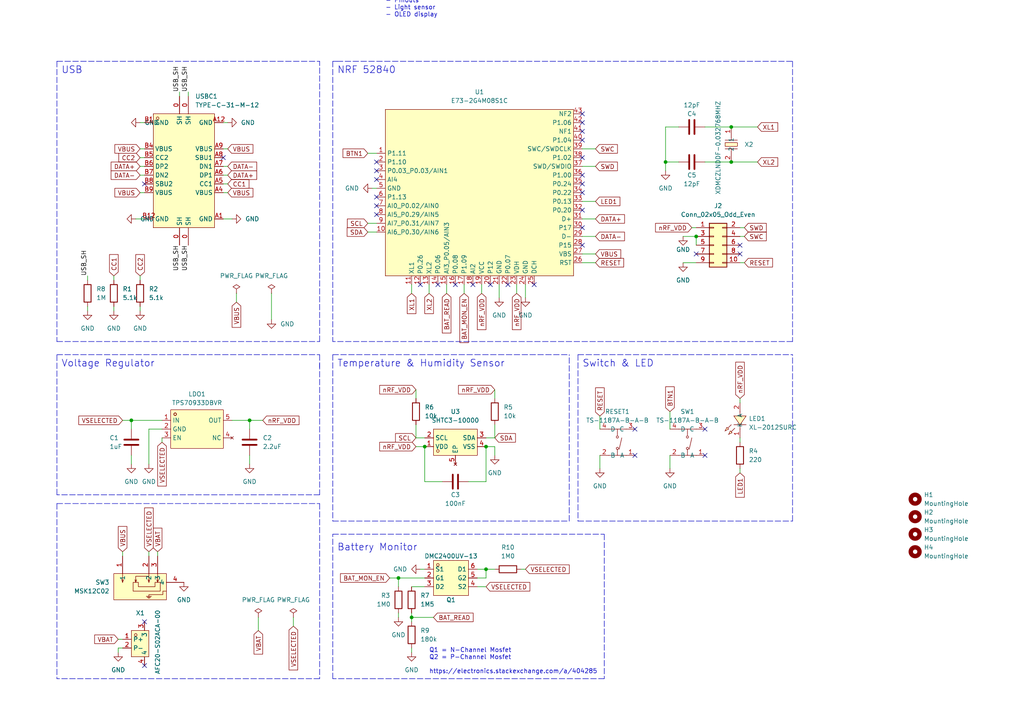
<source format=kicad_sch>
(kicad_sch (version 20211123) (generator eeschema)
  (paper "A4")
  (title_block (title "Schneggi Sensor") (date "2023-07-22") (rev "1.0"))
  (lib_symbols
    (symbol "Connector_Generic:Conn_02x05_Odd_Even" (pin_names (offset 1.016) hide)
      (property "Reference" "J" (at 1.27 7.62 0))
      (property "Value" "Conn_02x05_Odd_Even" (at 1.27 -7.62 0))
      (symbol "Conn_02x05_Odd_Even_1_1"
        (rectangle (start -1.27 -4.953) (end 0 -5.207) (stroke (width 0.1524)))
        (rectangle (start -1.27 -2.413) (end 0 -2.667) (stroke (width 0.1524)))
        (rectangle (start -1.27 0.127) (end 0 -0.127) (stroke (width 0.1524)))
        (rectangle (start -1.27 2.667) (end 0 2.413) (stroke (width 0.1524)))
        (rectangle (start -1.27 5.207) (end 0 4.953) (stroke (width 0.1524)))
        (rectangle (start -1.27 6.35) (end 3.81 -6.35) (stroke (width 0.254)) (fill (type background)))
        (rectangle (start 3.81 -4.953) (end 2.54 -5.207) (stroke (width 0.1524)))
        (rectangle (start 3.81 -2.413) (end 2.54 -2.667) (stroke (width 0.1524)))
        (rectangle (start 3.81 0.127) (end 2.54 -0.127) (stroke (width 0.1524)))
        (rectangle (start 3.81 2.667) (end 2.54 2.413) (stroke (width 0.1524)))
        (rectangle (start 3.81 5.207) (end 2.54 4.953) (stroke (width 0.1524)))
        (pin passive line (at -5.08 5.08 0) (length 3.81) (name "Pin_1") (number "1"))
        (pin passive line (at 7.62 -5.08 180) (length 3.81) (name "Pin_10") (number "10"))
        (pin passive line (at 7.62 5.08 180) (length 3.81) (name "Pin_2") (number "2"))
        (pin passive line (at -5.08 2.54 0) (length 3.81) (name "Pin_3") (number "3"))
        (pin passive line (at 7.62 2.54 180) (length 3.81) (name "Pin_4") (number "4"))
        (pin passive line (at -5.08 0 0) (length 3.81) (name "Pin_5") (number "5"))
        (pin passive line (at 7.62 0 180) (length 3.81) (name "Pin_6") (number "6"))
        (pin passive line (at -5.08 -2.54 0) (length 3.81) (name "Pin_7") (number "7"))
        (pin passive line (at 7.62 -2.54 180) (length 3.81) (name "Pin_8") (number "8"))
        (pin passive line (at -5.08 -5.08 0) (length 3.81) (name "Pin_9") (number "9"))
      )
    )
    (symbol "Device:C" (pin_numbers hide) (pin_names (offset 0.254))
      (property "Reference" "C" (at 0.635 2.54 0))
      (property "Value" "C" (at 0.635 -2.54 0))
      (symbol "C_0_1"
        (polyline (pts (xy -2.032 -0.762) (xy 2.032 -0.762)) (stroke (width 0.508)))
        (polyline (pts (xy -2.032 0.762) (xy 2.032 0.762)) (stroke (width 0.508)))
      )
      (symbol "C_1_1"
        (pin passive line (at 0 3.81 270) (length 2.794) (name "~") (number "1"))
        (pin passive line (at 0 -3.81 90) (length 2.794) (name "~") (number "2"))
      )
    )
    (symbol "Device:R" (pin_numbers hide) (pin_names (offset 0))
      (property "Reference" "R" (at 2.032 0 90))
      (property "Value" "R" (at 0 0 90))
      (symbol "R_0_1"
        (rectangle (start -1.016 -2.54) (end 1.016 2.54) (stroke (width 0.254)))
      )
      (symbol "R_1_1"
        (pin passive line (at 0 3.81 270) (length 1.27) (name "~") (number "1"))
        (pin passive line (at 0 -3.81 90) (length 1.27) (name "~") (number "2"))
      )
    )
    (symbol "Mechanical:MountingHole" (pin_names (offset 1.016))
      (property "Reference" "H" (at 0 5.08 0))
      (property "Value" "MountingHole" (at 0 3.175 0))
      (symbol "MountingHole_0_1"
        (circle (center 0 0) (radius 1.27) (stroke (width 1.27)))
      )
    )
    (symbol "power:GND" (power) (pin_names (offset 0))
      (property "Value" "GND" (at 0 -3.81 0))
      (symbol "GND_0_1"
        (polyline (pts (xy 0 0) (xy 0 -1.27) (xy 1.27 -1.27) (xy 0 -2.54) (xy -1.27 -1.27) (xy 0 -1.27)))
      )
      (symbol "GND_1_1"
        (pin power_in line (at 0 0 270) (length 0) hide (name "GND") (number "1"))
      )
    )
    (symbol "power:PWR_FLAG" (power) (pin_numbers hide) (pin_names (offset 0) hide)
      (property "Value" "PWR_FLAG" (at 0 3.81 0))
      (symbol "PWR_FLAG_0_0"
        (pin power_out line (at 0 0 90) (length 0) (name "pwr") (number "1"))
      )
      (symbol "PWR_FLAG_0_1"
        (polyline (pts (xy 0 0) (xy 0 1.27) (xy -1.016 1.905) (xy 0 2.54) (xy 1.016 1.905) (xy 0 1.27)))
      )
    )
    (symbol "schneggi_library:AFC20-S02ACA-00"
      (property "Reference" "X" (at 0 11.43 0))
      (property "Value" "AFC20-S02ACA-00" (at 0 -11.43 0))
      (symbol "AFC20-S02ACA-00_0_1"
        (rectangle (start -2.54 3.81) (end 2.54 -3.81) (fill (type background)))
        (circle (center -1.27 2.54) (radius 0.38))
        (pin passive line (at -5.08 1.27 0) (length 2.54) (name "P+") (number "1"))
        (pin passive line (at -5.08 -1.27 0) (length 2.54) (name "P-") (number "2"))
        (pin unspecified line (at 1.27 6.35 270) (length 2.54) (name "3") (number "3"))
        (pin unspecified line (at 1.27 -6.35 90) (length 2.54) (name "4") (number "4"))
      )
    )
    (symbol "schneggi_library:DMC2400UV-13"
      (property "Reference" "Q" (at 0 7.62 0))
      (property "Value" "DMC2400UV-13" (at 0 -7.62 0))
      (symbol "DMC2400UV-13_0_1"
        (rectangle (start -5.08 5.08) (end 5.08 -5.08) (fill (type background)))
        (circle (center -3.81 3.81) (radius 0.38))
        (pin passive line (at -7.62 2.54 0) (length 2.54) (name "S1") (number "1"))
        (pin input line (at -7.62 0 0) (length 2.54) (name "G1") (number "2"))
        (pin passive line (at -7.62 -2.54 0) (length 2.54) (name "D2") (number "3"))
        (pin passive line (at 7.62 -2.54 180) (length 2.54) (name "S2") (number "4"))
        (pin input line (at 7.62 0 180) (length 2.54) (name "G2") (number "5"))
        (pin passive line (at 7.62 2.54 180) (length 2.54) (name "D1") (number "6"))
      )
    )
    (symbol "schneggi_library:E73-2G4M08S1C"
      (property "Reference" "U" (at 0 29.21 0))
      (property "Value" "E73-2G4M08S1C" (at 0 -30.48 0))
      (symbol "E73-2G4M08S1C_0_1"
        (rectangle (start -27.94 25.4) (end 26.67 -22.86) (fill (type background)))
        (pin bidirectional line (at -30.48 12.7 0) (length 2.54) (name "P1.11") (number "1"))
        (pin bidirectional line (at -30.48 -10.16 0) (length 2.54) (name "AI6_P0.30/AIN6") (number "10"))
        (pin bidirectional line (at -20.32 -25.4 90) (length 2.54) (name "XL1") (number "11"))
        (pin bidirectional line (at -17.78 -25.4 90) (length 2.54) (name "P0.26") (number "12"))
        (pin bidirectional line (at -15.24 -25.4 90) (length 2.54) (name "XL2") (number "13"))
        (pin bidirectional line (at -12.7 -25.4 90) (length 2.54) (name "P0.06") (number "14"))
        (pin bidirectional line (at -10.16 -25.4 90) (length 2.54) (name "AI3_P0.05/AIN3") (number "15"))
        (pin bidirectional line (at -7.62 -25.4 90) (length 2.54) (name "P0.08") (number "16"))
        (pin bidirectional line (at -5.08 -25.4 90) (length 2.54) (name "P1.09") (number "17"))
        (pin bidirectional line (at -2.54 -25.4 90) (length 2.54) (name "AI2") (number "18"))
        (pin power_in line (at 0 -25.4 90) (length 2.54) (name "VCC") (number "19"))
        (pin bidirectional line (at -30.48 10.16 0) (length 2.54) (name "P1.10") (number "2"))
        (pin bidirectional line (at 2.54 -25.4 90) (length 2.54) (name "P12") (number "20"))
        (pin power_in line (at 5.08 -25.4 90) (length 2.54) (name "GND") (number "21"))
        (pin bidirectional line (at 7.62 -25.4 90) (length 2.54) (name "P0.07") (number "22"))
        (pin power_in line (at 10.16 -25.4 90) (length 2.54) (name "VDH") (number "23"))
        (pin power_in line (at 12.7 -25.4 90) (length 2.54) (name "GND") (number "24"))
        (pin power_out line (at 15.24 -25.4 90) (length 2.54) (name "DCH") (number "25"))
        (pin bidirectional line (at 29.21 -19.05 180) (length 2.54) (name "RST") (number "26"))
        (pin power_in line (at 29.21 -16.51 180) (length 2.54) (name "VBS") (number "27"))
        (pin bidirectional line (at 29.21 -13.97 180) (length 2.54) (name "P15") (number "28"))
        (pin bidirectional line (at 29.21 -11.43 180) (length 2.54) (name "D-") (number "29"))
        (pin bidirectional line (at -30.48 7.62 0) (length 2.54) (name "P0.03_P0.03/AIN1") (number "3"))
        (pin bidirectional line (at 29.21 -8.89 180) (length 2.54) (name "P17") (number "30"))
        (pin bidirectional line (at 29.21 -6.35 180) (length 2.54) (name "D+") (number "31"))
        (pin bidirectional line (at 29.21 -3.81 180) (length 2.54) (name "P0.20") (number "32"))
        (pin bidirectional line (at 29.21 -1.27 180) (length 2.54) (name "P0.13") (number "33"))
        (pin bidirectional line (at 29.21 1.27 180) (length 2.54) (name "P0.22") (number "34"))
        (pin bidirectional line (at 29.21 3.81 180) (length 2.54) (name "P0.24") (number "35"))
        (pin bidirectional line (at 29.21 6.35 180) (length 2.54) (name "P1.00") (number "36"))
        (pin bidirectional line (at 29.21 8.89 180) (length 2.54) (name "SWD/SWDIO") (number "37"))
        (pin bidirectional line (at 29.21 11.43 180) (length 2.54) (name "P1.02") (number "38"))
        (pin input line (at 29.21 13.97 180) (length 2.54) (name "SWC/SWDCLK") (number "39"))
        (pin bidirectional line (at -30.48 5.08 0) (length 2.54) (name "AI4") (number "4"))
        (pin bidirectional line (at 29.21 16.51 180) (length 2.54) (name "P1.04") (number "40"))
        (pin bidirectional line (at 29.21 19.05 180) (length 2.54) (name "NF1") (number "41"))
        (pin bidirectional line (at 29.21 21.59 180) (length 2.54) (name "P1.06") (number "42"))
        (pin bidirectional line (at 29.21 24.13 180) (length 2.54) (name "NF2") (number "43"))
        (pin power_in line (at -30.48 2.54 0) (length 2.54) (name "GND") (number "5"))
        (pin bidirectional line (at -30.48 0 0) (length 2.54) (name "P1.13") (number "6"))
        (pin bidirectional line (at -30.48 -2.54 0) (length 2.54) (name "AI0_P0.02/AIN0") (number "7"))
        (pin bidirectional line (at -30.48 -5.08 0) (length 2.54) (name "AI5_P0.29/AIN5") (number "8"))
        (pin bidirectional line (at -30.48 -7.62 0) (length 2.54) (name "AI7_P0.31/AIN7") (number "9"))
      )
    )
    (symbol "schneggi_library:MSK12C02"
      (property "Reference" "SW" (at 0 12.7 0))
      (property "Value" "MSK12C02" (at 0 -5.08 0))
      (symbol "MSK12C02_0_1"
        (rectangle (start -7.62 2.54) (end 7.62 -5.08) (fill (type background)))
        (polyline (pts (xy -5.08 0) (xy -5.33 0.76)))
        (polyline (pts (xy -5.08 0) (xy -4.83 0.76)))
        (polyline (pts (xy -5.08 0.76) (xy -5.08 0)))
        (polyline (pts (xy -5.08 2.54) (xy -5.08 0.76)))
        (polyline (pts (xy -1.27 0) (xy -1.52 0.76)))
        (polyline (pts (xy 1.78 -4.06) (xy 3.3 -4.06)))
        (polyline (pts (xy 2.03 -4.32) (xy 3.05 -4.32)))
        (polyline (pts (xy 2.29 -4.57) (xy 2.79 -4.57)))
        (polyline (pts (xy 2.54 0) (xy 2.29 0.76)))
        (polyline (pts (xy 2.54 0) (xy 2.79 0.76)))
        (polyline (pts (xy 2.54 0.76) (xy 2.54 0)))
        (polyline (pts (xy 2.54 2.54) (xy 2.54 0.76)))
        (polyline (pts (xy 5.08 0) (xy 4.83 0.76)))
        (polyline (pts (xy 5.08 2.54) (xy 5.08 0) (xy 5.33 0.76)))
        (polyline (pts (xy 2.54 1.78) (xy -1.27 1.78) (xy -1.27 0) (xy -1.02 0.76)))
        (polyline (pts (xy 7.62 -2.54) (xy 6.6 -2.54) (xy 6.6 -3.56) (xy 2.54 -3.56) (xy 2.54 -4.06)))
        (polyline (pts (xy -1.78 0) (xy -0.51 0) (xy -0.51 -1.27) (xy 4.32 -1.27) (xy 4.32 0) (xy 5.84 0) (xy 5.84 -2.54) (xy -2.03 -2.54) (xy -2.03 0) (xy -1.78 0)) (fill (type background)))
        (pin passive line (at -5.08 7.62 270) (length 5.08) (name "1") (number "1"))
        (pin passive line (at 2.54 7.62 270) (length 5.08) (name "2") (number "2"))
        (pin passive line (at 5.08 7.62 270) (length 5.08) (name "3") (number "3"))
        (pin passive line (at 12.7 0 180) (length 5.08) (name "4") (number "4"))
      )
    )
    (symbol "schneggi_library:SHTC3-10000"
      (property "Reference" "U" (at 0 11.43 0))
      (property "Value" "SHTC3-10000" (at 0 -6.35 0))
      (symbol "SHTC3-10000_0_1"
        (rectangle (start -6.35 3.81) (end 6.35 -3.81) (fill (type background)))
        (circle (center -5.08 2.54) (radius 0.38))
        (pin power_in line (at -8.89 1.27 0) (length 2.54) (name "VDD") (number "1"))
        (pin input line (at -8.89 -1.27 0) (length 2.54) (name "SCL") (number "2"))
        (pin bidirectional line (at 8.89 -1.27 180) (length 2.54) (name "SDA") (number "3"))
        (pin power_in line (at 8.89 1.27 180) (length 2.54) (name "VSS") (number "4"))
        (pin no_connect line (at 0 6.35 270) (length 2.54) (name "EP") (number "5"))
      )
    )
    (symbol "schneggi_library:TPS70933DBVR"
      (property "Reference" "LDO" (at 0 7.62 0))
      (property "Value" "TPS70933DBVR" (at 0 -7.62 0))
      (symbol "TPS70933DBVR_0_1"
        (rectangle (start -7.62 5.59) (end 7.62 -5.59) (fill (type background)))
        (circle (center -6.35 4.32) (radius 0.38))
        (circle (center -6.35 4.32) (radius 0.38))
        (pin power_in line (at -10.16 2.54 0) (length 2.54) (name "IN") (number "1"))
        (pin power_in line (at -10.16 0 0) (length 2.54) (name "GND") (number "2"))
        (pin input line (at -10.16 -2.54 0) (length 2.54) (name "EN") (number "3"))
        (pin no_connect line (at 10.16 -2.54 180) (length 2.54) (name "NC") (number "4"))
        (pin power_out line (at 10.16 2.54 180) (length 2.54) (name "OUT") (number "5"))
      )
    )
    (symbol "schneggi_library:TS-1187A-B-A-B"
      (property "Reference" "SW" (at 0 7.62 0))
      (property "Value" "TS-1187A-B-A-B" (at 0 -10.16 0))
      (symbol "TS-1187A-B-A-B_0_1"
        (circle (center 0 -2.79) (radius 0.32))
        (polyline (pts (xy -2.54 -5.08) (xy 2.54 -5.08)))
        (polyline (pts (xy -2.54 2.54) (xy 2.54 2.54)))
        (polyline (pts (xy -0.51 0.76) (xy -1.27 -2.54)))
        (polyline (pts (xy 0 -3.3) (xy 0 -5.08)))
        (polyline (pts (xy 0 0.76) (xy 0 2.54)))
        (circle (center 0 0.51) (radius 0.32))
        (pin passive line (at -5.08 2.54 0) (length 2.54) (name "A") (number "1"))
        (pin passive line (at 5.08 2.54 180) (length 2.54) (name "B") (number "2"))
        (pin passive line (at -5.08 -5.08 0) (length 2.54) (name "C") (number "3"))
        (pin passive line (at 5.08 -5.08 180) (length 2.54) (name "D") (number "4"))
      )
    )
    (symbol "schneggi_library:TYPE-C-31-M-12"
      (property "Reference" "USBC" (at 0 26.67 0))
      (property "Value" "TYPE-C-31-M-12" (at 0 -26.67 0))
      (symbol "TYPE-C-31-M-12_0_1"
        (rectangle (start -8.89 16.51) (end 8.89 -16.51) (fill (type background)))
        (circle (center -7.62 15.24) (radius 0.38))
        (pin passive line (at -1.27 -21.59 90) (length 5.08) (name "SH") (number "0"))
        (pin passive line (at -1.27 21.59 270) (length 5.08) (name "SH") (number "0"))
        (pin passive line (at 1.27 -21.59 90) (length 5.08) (name "SH") (number "0"))
        (pin passive line (at 1.27 21.59 270) (length 5.08) (name "SH") (number "0"))
        (pin passive line (at 11.43 -13.97 180) (length 2.54) (name "GND") (number "A1"))
        (pin passive line (at 11.43 13.97 180) (length 2.54) (name "GND") (number "A12"))
        (pin passive line (at 11.43 -6.35 180) (length 2.54) (name "VBUS") (number "A4"))
        (pin bidirectional line (at 11.43 -3.81 180) (length 2.54) (name "CC1") (number "A5"))
        (pin bidirectional line (at 11.43 -1.27 180) (length 2.54) (name "DP1") (number "A6"))
        (pin bidirectional line (at 11.43 1.27 180) (length 2.54) (name "DN1") (number "A7"))
        (pin bidirectional line (at 11.43 3.81 180) (length 2.54) (name "SBU1") (number "A8"))
        (pin passive line (at 11.43 6.35 180) (length 2.54) (name "VBUS") (number "A9"))
        (pin passive line (at -11.43 13.97 0) (length 2.54) (name "GND") (number "B1"))
        (pin passive line (at -11.43 -13.97 0) (length 2.54) (name "GND") (number "B12"))
        (pin passive line (at -11.43 6.35 0) (length 2.54) (name "VBUS") (number "B4"))
        (pin bidirectional line (at -11.43 3.81 0) (length 2.54) (name "CC2") (number "B5"))
        (pin bidirectional line (at -11.43 1.27 0) (length 2.54) (name "DP2") (number "B6"))
        (pin bidirectional line (at -11.43 -1.27 0) (length 2.54) (name "DN2") (number "B7"))
        (pin bidirectional line (at -11.43 -3.81 0) (length 2.54) (name "SBU2") (number "B8"))
        (pin passive line (at -11.43 -6.35 0) (length 2.54) (name "VBUS") (number "B9"))
      )
    )
    (symbol "schneggi_library:XDMCZLNDDF-0.032768MHZ"
      (property "Reference" "X" (at 0 5.08 0))
      (property "Value" "XDMCZLNDDF-0.032768MHZ" (at 0 -5.08 0))
      (symbol "XDMCZLNDDF-0.032768MHZ_0_1"
        (rectangle (start -0.51 1.78) (end 0.51 -1.78) (fill (type background)))
        (polyline (pts (xy -1.27 -1.78) (xy -1.27 1.78)))
        (polyline (pts (xy -1.27 0) (xy -2.54 0)))
        (polyline (pts (xy 1.27 -1.78) (xy 1.27 1.78)))
        (polyline (pts (xy 2.54 0) (xy 1.27 0)))
        (pin input line (at -5.08 0 0) (length 2.54) (name "1") (number "1"))
        (pin input line (at 5.08 0 180) (length 2.54) (name "2") (number "2"))
      )
    )
    (symbol "schneggi_library:XL-2012SURC"
      (property "Reference" "LED" (at 0 5.08 0))
      (property "Value" "XL-2012SURC" (at 0 -5.08 0))
      (symbol "XL-2012SURC_0_1"
        (polyline (pts (xy -1.27 0) (xy -2.54 0)))
        (polyline (pts (xy -1.27 1.78) (xy -1.27 -1.78)))
        (polyline (pts (xy 2.54 0) (xy 1.27 0)))
        (polyline (pts (xy -2.29 1.52) (xy -3.3 2.54) (xy -2.29 1.52)) (fill (type background)))
        (polyline (pts (xy -1.27 2.54) (xy -2.29 3.56) (xy -1.27 2.54)) (fill (type background)))
        (polyline (pts (xy -4.06 3.3) (xy -3.05 2.79) (xy -3.56 2.29) (xy -4.06 3.3)) (fill (type background)))
        (polyline (pts (xy -3.05 4.32) (xy -2.03 3.81) (xy -2.54 3.3) (xy -3.05 4.32)) (fill (type background)))
        (polyline (pts (xy 1.27 1.78) (xy -1.27 0) (xy 1.27 -1.78) (xy 1.27 1.78)) (fill (type background)))
        (pin passive line (at -5.08 0 0) (length 2.54) (name "K") (number "1"))
        (pin passive line (at 5.08 0 180) (length 2.54) (name "A") (number "2"))
      )
    )
  )
  (junction (at 115.57 167.64))
  (junction (at 119.38 179.07))
  (junction (at 193.04 46.99))
  (junction (at 201.93 68.58))
  (junction (at 212.09 36.83))
  (junction (at 212.09 46.99))
  (junction (at 140.97 165.1))
  (junction (at 38.1 121.92))
  (junction (at 123.19 129.54))
  (junction (at 72.39 121.92))
  (junction (at 140.97 129.54))
  (no_connect (at 168.91 45.72))
  (no_connect (at 41.91 193.04))
  (no_connect (at 154.94 82.55))
  (no_connect (at 121.92 82.55))
  (no_connect (at 204.47 124.46))
  (no_connect (at 109.22 49.53))
  (no_connect (at 184.15 132.08))
  (no_connect (at 41.91 180.34))
  (no_connect (at 109.22 59.69))
  (no_connect (at 168.91 55.88))
  (no_connect (at 137.16 82.55))
  (no_connect (at 168.91 40.64))
  (no_connect (at 109.22 62.23))
  (no_connect (at 168.91 66.04))
  (no_connect (at 147.32 82.55))
  (no_connect (at 64.77 45.72))
  (no_connect (at 184.15 124.46))
  (no_connect (at 168.91 33.02))
  (no_connect (at 109.22 46.99))
  (no_connect (at 168.91 38.1))
  (no_connect (at 168.91 35.56))
  (no_connect (at 109.22 57.15))
  (no_connect (at 168.91 53.34))
  (no_connect (at 109.22 52.07))
  (no_connect (at 41.91 53.34))
  (no_connect (at 214.63 71.12))
  (no_connect (at 127 82.55))
  (no_connect (at 168.91 60.96))
  (no_connect (at 201.93 73.66))
  (no_connect (at 214.63 73.66))
  (no_connect (at 168.91 71.12))
  (no_connect (at 168.91 50.8))
  (no_connect (at 142.24 82.55))
  (no_connect (at 204.47 132.08))
  (no_connect (at 132.08 82.55))
  (wire (pts (xy 200.66 66.04) (xy 201.93 66.04)))
  (wire (pts (xy 215.9 76.2) (xy 214.63 76.2)))
  (wire (pts (xy 38.1 124.46) (xy 38.1 121.92)))
  (wire (pts (xy 119.38 177.8) (xy 119.38 179.07)))
  (wire (pts (xy 52.07 26.67) (xy 52.07 27.94)))
  (wire (pts (xy 143.51 129.54) (xy 143.51 132.08)))
  (wire (pts (xy 115.57 170.18) (xy 115.57 167.64)))
  (polyline (pts (xy 92.71 146.05) (xy 92.71 196.85)))
  (wire (pts (xy 123.19 139.7) (xy 128.27 139.7)))
  (wire (pts (xy 35.56 187.96) (xy 34.29 187.96)))
  (wire (pts (xy 120.65 129.54) (xy 123.19 129.54)))
  (wire (pts (xy 172.72 76.2) (xy 168.91 76.2)))
  (wire (pts (xy 72.39 121.92) (xy 72.39 124.46)))
  (wire (pts (xy 38.1 121.92) (xy 46.99 121.92)))
  (wire (pts (xy 172.72 48.26) (xy 168.91 48.26)))
  (polyline (pts (xy 16.51 99.06) (xy 92.71 99.06)))
  (wire (pts (xy 152.4 82.55) (xy 152.4 86.36)))
  (wire (pts (xy 129.54 85.09) (xy 129.54 82.55)))
  (wire (pts (xy 119.38 179.07) (xy 119.38 180.34)))
  (polyline (pts (xy 96.52 151.13) (xy 165.1 151.13)))
  (wire (pts (xy 172.72 43.18) (xy 168.91 43.18)))
  (wire (pts (xy 119.38 85.09) (xy 119.38 82.55)))
  (wire (pts (xy 172.72 58.42) (xy 168.91 58.42)))
  (wire (pts (xy 40.64 43.18) (xy 41.91 43.18)))
  (polyline (pts (xy 229.87 17.78) (xy 229.87 99.06)))
  (wire (pts (xy 121.92 165.1) (xy 123.19 165.1)))
  (polyline (pts (xy 167.64 102.87) (xy 167.64 151.13)))
  (wire (pts (xy 172.72 63.5) (xy 168.91 63.5)))
  (wire (pts (xy 25.4 88.9) (xy 25.4 90.17)))
  (wire (pts (xy 134.62 85.09) (xy 134.62 82.55)))
  (wire (pts (xy 201.93 68.58) (xy 201.93 71.12)))
  (polyline (pts (xy 96.52 17.78) (xy 96.52 99.06)))
  (wire (pts (xy 120.65 113.03) (xy 120.65 115.57)))
  (polyline (pts (xy 16.51 17.78) (xy 16.51 99.06)))
  (wire (pts (xy 38.1 132.08) (xy 38.1 134.62)))
  (wire (pts (xy 45.72 160.02) (xy 45.72 161.29)))
  (polyline (pts (xy 96.52 154.94) (xy 175.26 154.94)))
  (wire (pts (xy 204.47 36.83) (xy 212.09 36.83)))
  (wire (pts (xy 39.37 63.5) (xy 41.91 63.5)))
  (wire (pts (xy 193.04 46.99) (xy 193.04 49.53)))
  (wire (pts (xy 120.65 123.19) (xy 120.65 127)))
  (wire (pts (xy 115.57 177.8) (xy 115.57 179.07)))
  (polyline (pts (xy 16.51 102.87) (xy 92.71 102.87)))
  (polyline (pts (xy 92.71 99.06) (xy 92.71 17.78)))
  (wire (pts (xy 66.04 35.56) (xy 64.77 35.56)))
  (wire (pts (xy 139.7 82.55) (xy 139.7 85.09)))
  (wire (pts (xy 140.97 167.64) (xy 138.43 167.64)))
  (wire (pts (xy 67.31 121.92) (xy 72.39 121.92)))
  (polyline (pts (xy 97.79 17.78) (xy 229.87 17.78)))
  (wire (pts (xy 66.04 50.8) (xy 64.77 50.8)))
  (polyline (pts (xy 92.71 196.85) (xy 16.51 196.85)))
  (polyline (pts (xy 16.51 17.78) (xy 92.71 17.78)))
  (wire (pts (xy 54.61 26.67) (xy 54.61 27.94)))
  (wire (pts (xy 40.64 48.26) (xy 41.91 48.26)))
  (wire (pts (xy 106.68 44.45) (xy 109.22 44.45)))
  (wire (pts (xy 138.43 165.1) (xy 140.97 165.1)))
  (wire (pts (xy 173.99 120.65) (xy 173.99 124.46)))
  (wire (pts (xy 123.19 129.54) (xy 123.19 139.7)))
  (wire (pts (xy 66.04 53.34) (xy 64.77 53.34)))
  (wire (pts (xy 74.93 179.07) (xy 74.93 182.88)))
  (wire (pts (xy 143.51 127) (xy 140.97 127)))
  (wire (pts (xy 25.4 80.01) (xy 25.4 81.28)))
  (wire (pts (xy 140.97 165.1) (xy 143.51 165.1)))
  (wire (pts (xy 40.64 80.01) (xy 40.64 81.28)))
  (wire (pts (xy 46.99 124.46) (xy 43.18 124.46)))
  (wire (pts (xy 140.97 129.54) (xy 143.51 129.54)))
  (wire (pts (xy 140.97 165.1) (xy 140.97 167.64)))
  (wire (pts (xy 196.85 36.83) (xy 193.04 36.83)))
  (wire (pts (xy 34.29 187.96) (xy 34.29 189.23)))
  (wire (pts (xy 214.63 128.27) (xy 214.63 127)))
  (wire (pts (xy 214.63 116.84) (xy 214.63 115.57)))
  (wire (pts (xy 119.38 187.96) (xy 119.38 189.23)))
  (wire (pts (xy 115.57 167.64) (xy 123.19 167.64)))
  (wire (pts (xy 214.63 135.89) (xy 214.63 137.16)))
  (wire (pts (xy 40.64 35.56) (xy 41.91 35.56)))
  (polyline (pts (xy 92.71 105.41) (xy 92.71 143.51)))
  (polyline (pts (xy 229.87 151.13) (xy 229.87 102.87)))
  (polyline (pts (xy 96.52 196.85) (xy 96.52 154.94)))
  (wire (pts (xy 40.64 55.88) (xy 41.91 55.88)))
  (wire (pts (xy 106.68 64.77) (xy 109.22 64.77)))
  (wire (pts (xy 85.09 179.07) (xy 85.09 181.61)))
  (wire (pts (xy 66.04 48.26) (xy 64.77 48.26)))
  (wire (pts (xy 172.72 68.58) (xy 168.91 68.58)))
  (wire (pts (xy 43.18 160.02) (xy 43.18 161.29)))
  (wire (pts (xy 40.64 50.8) (xy 41.91 50.8)))
  (wire (pts (xy 194.31 132.08) (xy 194.31 135.89)))
  (wire (pts (xy 215.9 68.58) (xy 214.63 68.58)))
  (wire (pts (xy 34.29 185.42) (xy 35.56 185.42)))
  (polyline (pts (xy 96.52 102.87) (xy 96.52 151.13)))
  (wire (pts (xy 72.39 132.08) (xy 72.39 134.62)))
  (wire (pts (xy 172.72 73.66) (xy 168.91 73.66)))
  (polyline (pts (xy 96.52 102.87) (xy 165.1 102.87)))
  (wire (pts (xy 215.9 66.04) (xy 214.63 66.04)))
  (wire (pts (xy 173.99 132.08) (xy 173.99 135.89)))
  (polyline (pts (xy 92.71 102.87) (xy 92.71 106.68)))
  (polyline (pts (xy 167.64 151.13) (xy 229.87 151.13)))
  (wire (pts (xy 106.68 67.31) (xy 109.22 67.31)))
  (wire (pts (xy 78.74 85.09) (xy 78.74 92.71)))
  (wire (pts (xy 119.38 170.18) (xy 123.19 170.18)))
  (polyline (pts (xy 229.87 99.06) (xy 96.52 99.06)))
  (polyline (pts (xy 16.51 143.51) (xy 16.51 102.87)))
  (wire (pts (xy 113.03 167.64) (xy 115.57 167.64)))
  (wire (pts (xy 140.97 139.7) (xy 140.97 129.54)))
  (wire (pts (xy 143.51 123.19) (xy 143.51 127)))
  (wire (pts (xy 143.51 113.03) (xy 143.51 115.57)))
  (polyline (pts (xy 96.52 17.78) (xy 97.79 17.78)))
  (polyline (pts (xy 16.51 146.05) (xy 16.51 196.85)))
  (wire (pts (xy 40.64 88.9) (xy 40.64 90.17)))
  (wire (pts (xy 66.04 55.88) (xy 64.77 55.88)))
  (wire (pts (xy 46.99 128.27) (xy 46.99 127)))
  (wire (pts (xy 194.31 119.38) (xy 194.31 124.46)))
  (wire (pts (xy 193.04 36.83) (xy 193.04 46.99)))
  (wire (pts (xy 107.95 54.61) (xy 109.22 54.61)))
  (polyline (pts (xy 175.26 196.85) (xy 96.52 196.85)))
  (wire (pts (xy 152.4 165.1) (xy 151.13 165.1)))
  (wire (pts (xy 120.65 127) (xy 123.19 127)))
  (wire (pts (xy 212.09 46.99) (xy 219.71 46.99)))
  (wire (pts (xy 201.93 68.58) (xy 198.12 68.58)))
  (wire (pts (xy 68.58 85.09) (xy 68.58 87.63)))
  (polyline (pts (xy 167.64 102.87) (xy 229.87 102.87)))
  (polyline (pts (xy 96.52 154.94) (xy 96.52 154.94)))
  (wire (pts (xy 212.09 36.83) (xy 219.71 36.83)))
  (wire (pts (xy 33.02 80.01) (xy 33.02 81.28)))
  (wire (pts (xy 72.39 121.92) (xy 76.2 121.92)))
  (polyline (pts (xy 165.1 151.13) (xy 165.1 102.87)))
  (polyline (pts (xy 92.71 143.51) (xy 16.51 143.51)))
  (wire (pts (xy 119.38 179.07) (xy 125.73 179.07)))
  (wire (pts (xy 35.56 121.92) (xy 38.1 121.92)))
  (wire (pts (xy 35.56 160.02) (xy 35.56 161.29)))
  (wire (pts (xy 193.04 46.99) (xy 196.85 46.99)))
  (polyline (pts (xy 175.26 154.94) (xy 175.26 196.85)))
  (wire (pts (xy 66.04 43.18) (xy 64.77 43.18)))
  (wire (pts (xy 40.64 45.72) (xy 41.91 45.72)))
  (polyline (pts (xy 16.51 146.05) (xy 92.71 146.05)))
  (wire (pts (xy 135.89 139.7) (xy 140.97 139.7)))
  (wire (pts (xy 124.46 85.09) (xy 124.46 82.55)))
  (wire (pts (xy 67.31 63.5) (xy 64.77 63.5)))
  (wire (pts (xy 149.86 82.55) (xy 149.86 85.09)))
  (wire (pts (xy 140.97 170.18) (xy 138.43 170.18)))
  (wire (pts (xy 144.78 82.55) (xy 144.78 86.36)))
  (wire (pts (xy 204.47 46.99) (xy 212.09 46.99)))
  (wire (pts (xy 198.12 76.2) (xy 201.93 76.2)))
  (wire (pts (xy 33.02 88.9) (xy 33.02 90.17)))
  (wire (pts (xy 43.18 124.46) (xy 43.18 134.62)))
  (text "Q1 = N-Channel Mosfet\nQ2 = P-Channel Mosfet\n\nhttps://electronics.stackexchange.com/a/404285" (at 124.46 195.58 0) (effects (font (size 1.27 1.27)) (justify left bottom)))
  (text "Temperature & Humidity Sensor" (at 97.79 106.68 0) (effects (font (size 2 2)) (justify left bottom)))
  (text "\nTo Consider\n- Pinouts\n- Light sensor\n- OLED display" (at 111.76 5.08 0) (effects (font (size 1.27 1.27)) (justify left bottom)))
  (text "Switch & LED" (at 168.91 106.68 0) (effects (font (size 2 2)) (justify left bottom)))
  (text "Voltage Regulator" (at 17.78 106.68 0) (effects (font (size 2 2)) (justify left bottom)))
  (text "Battery Monitor" (at 97.79 160.02 0) (effects (font (size 2 2)) (justify left bottom)))
  (text "USB" (at 17.78 21.59 0) (effects (font (size 2 2)) (justify left bottom)))
  (text "NRF 52840" (at 97.79 21.59 0) (effects (font (size 2 2)) (justify left bottom)))
  (label "USB_SH" (at 52.07 71.12 270))
  (label "USB_SH" (at 54.61 26.67 90))
  (label "USB_SH" (at 52.07 26.67 90))
  (label "USB_SH" (at 25.4 80.01 90))
  (label "USB_SH" (at 54.61 71.12 270))
  (global_label "CC1" (shape input) (at 33.02 80.01 90) (property "Intersheet References" "${INTERSHEET_REFS}" (effects hide)))
  (global_label "DATA-" (shape input) (at 172.72 68.58 0) (property "Intersheet References" "${INTERSHEET_REFS}" (effects hide)))
  (global_label "XL2" (shape input) (at 219.71 46.99 0) (property "Intersheet References" "${INTERSHEET_REFS}" (effects hide)))
  (global_label "LED1" (shape input) (at 172.72 58.42 0) (property "Intersheet References" "${INTERSHEET_REFS}" (effects hide)))
  (global_label "VSELECTED" (shape input) (at 85.09 181.61 270) (property "Intersheet References" "${INTERSHEET_REFS}" (effects hide)))
  (global_label "VBUS" (shape input) (at 66.04 43.18 0) (property "Intersheet References" "${INTERSHEET_REFS}" (effects hide)))
  (global_label "nRF_VDD" (shape input) (at 76.2 121.92 0) (property "Intersheet References" "${INTERSHEET_REFS}" (effects hide)))
  (global_label "CC2" (shape input) (at 40.64 80.01 90) (property "Intersheet References" "${INTERSHEET_REFS}" (effects hide)))
  (global_label "RESET" (shape input) (at 172.72 76.2 0) (property "Intersheet References" "${INTERSHEET_REFS}" (effects hide)))
  (global_label "BAT_MON_EN" (shape input) (at 113.03 167.64 180) (property "Intersheet References" "${INTERSHEET_REFS}" (effects hide)))
  (global_label "DATA+" (shape input) (at 172.72 63.5 0) (property "Intersheet References" "${INTERSHEET_REFS}" (effects hide)))
  (global_label "DATA+" (shape input) (at 66.04 50.8 0) (property "Intersheet References" "${INTERSHEET_REFS}" (effects hide)))
  (global_label "BTN1" (shape input) (at 194.31 119.38 90) (property "Intersheet References" "${INTERSHEET_REFS}" (effects hide)))
  (global_label "nRF_VDD" (shape input) (at 120.65 129.54 180) (property "Intersheet References" "${INTERSHEET_REFS}" (effects hide)))
  (global_label "VBAT" (shape input) (at 45.72 160.02 90) (property "Intersheet References" "${INTERSHEET_REFS}" (effects hide)))
  (global_label "XL1" (shape input) (at 119.38 85.09 270) (property "Intersheet References" "${INTERSHEET_REFS}" (effects hide)))
  (global_label "nRF_VDD" (shape input) (at 143.51 113.03 180) (property "Intersheet References" "${INTERSHEET_REFS}" (effects hide)))
  (global_label "CC1" (shape input) (at 66.04 53.34 0) (property "Intersheet References" "${INTERSHEET_REFS}" (effects hide)))
  (global_label "SDA" (shape input) (at 143.51 127 0) (property "Intersheet References" "${INTERSHEET_REFS}" (effects hide)))
  (global_label "SWC" (shape input) (at 172.72 43.18 0) (property "Intersheet References" "${INTERSHEET_REFS}" (effects hide)))
  (global_label "SCL" (shape input) (at 106.68 64.77 180) (property "Intersheet References" "${INTERSHEET_REFS}" (effects hide)))
  (global_label "DATA-" (shape input) (at 66.04 48.26 0) (property "Intersheet References" "${INTERSHEET_REFS}" (effects hide)))
  (global_label "VBUS" (shape input) (at 40.64 43.18 180) (property "Intersheet References" "${INTERSHEET_REFS}" (effects hide)))
  (global_label "BTN1" (shape input) (at 106.68 44.45 180) (property "Intersheet References" "${INTERSHEET_REFS}" (effects hide)))
  (global_label "RESET" (shape input) (at 173.99 120.65 90) (property "Intersheet References" "${INTERSHEET_REFS}" (effects hide)))
  (global_label "VBUS" (shape input) (at 68.58 87.63 270) (property "Intersheet References" "${INTERSHEET_REFS}" (effects hide)))
  (global_label "VSELECTED" (shape input) (at 140.97 170.18 0) (property "Intersheet References" "${INTERSHEET_REFS}" (effects hide)))
  (global_label "nRF_VDD" (shape input) (at 139.7 85.09 270) (property "Intersheet References" "${INTERSHEET_REFS}" (effects hide)))
  (global_label "XL2" (shape input) (at 124.46 85.09 270) (property "Intersheet References" "${INTERSHEET_REFS}" (effects hide)))
  (global_label "VSELECTED" (shape input) (at 43.18 160.02 90) (property "Intersheet References" "${INTERSHEET_REFS}" (effects hide)))
  (global_label "VBUS" (shape input) (at 66.04 55.88 0) (property "Intersheet References" "${INTERSHEET_REFS}" (effects hide)))
  (global_label "SWD" (shape input) (at 215.9 66.04 0) (property "Intersheet References" "${INTERSHEET_REFS}" (effects hide)))
  (global_label "SWD" (shape input) (at 172.72 48.26 0) (property "Intersheet References" "${INTERSHEET_REFS}" (effects hide)))
  (global_label "SWC" (shape input) (at 215.9 68.58 0) (property "Intersheet References" "${INTERSHEET_REFS}" (effects hide)))
  (global_label "XL1" (shape input) (at 219.71 36.83 0) (property "Intersheet References" "${INTERSHEET_REFS}" (effects hide)))
  (global_label "SDA" (shape input) (at 106.68 67.31 180) (property "Intersheet References" "${INTERSHEET_REFS}" (effects hide)))
  (global_label "BAT_READ" (shape input) (at 129.54 85.09 270) (property "Intersheet References" "${INTERSHEET_REFS}" (effects hide)))
  (global_label "VSELECTED" (shape input) (at 35.56 121.92 180) (property "Intersheet References" "${INTERSHEET_REFS}" (effects hide)))
  (global_label "VBAT" (shape input) (at 74.93 182.88 270) (property "Intersheet References" "${INTERSHEET_REFS}" (effects hide)))
  (global_label "nRF_VDD" (shape input) (at 200.66 66.04 180) (property "Intersheet References" "${INTERSHEET_REFS}" (effects hide)))
  (global_label "VSELECTED" (shape input) (at 46.99 128.27 270) (property "Intersheet References" "${INTERSHEET_REFS}" (effects hide)))
  (global_label "VBUS" (shape input) (at 172.72 73.66 0) (property "Intersheet References" "${INTERSHEET_REFS}" (effects hide)))
  (global_label "nRF_VDD" (shape input) (at 214.63 115.57 90) (property "Intersheet References" "${INTERSHEET_REFS}" (effects hide)))
  (global_label "SCL" (shape input) (at 120.65 127 180) (property "Intersheet References" "${INTERSHEET_REFS}" (effects hide)))
  (global_label "CC2" (shape input) (at 40.64 45.72 180) (property "Intersheet References" "${INTERSHEET_REFS}" (effects hide)))
  (global_label "nRF_VDD" (shape input) (at 149.86 85.09 270) (property "Intersheet References" "${INTERSHEET_REFS}" (effects hide)))
  (global_label "RESET" (shape input) (at 215.9 76.2 0) (property "Intersheet References" "${INTERSHEET_REFS}" (effects hide)))
  (global_label "LED1" (shape input) (at 214.63 137.16 270) (property "Intersheet References" "${INTERSHEET_REFS}" (effects hide)))
  (global_label "VSELECTED" (shape input) (at 152.4 165.1 0) (property "Intersheet References" "${INTERSHEET_REFS}" (effects hide)))
  (global_label "DATA-" (shape input) (at 40.64 50.8 180) (property "Intersheet References" "${INTERSHEET_REFS}" (effects hide)))
  (global_label "VBAT" (shape input) (at 34.29 185.42 180) (property "Intersheet References" "${INTERSHEET_REFS}" (effects hide)))
  (global_label "VBUS" (shape input) (at 40.64 55.88 180) (property "Intersheet References" "${INTERSHEET_REFS}" (effects hide)))
  (global_label "DATA+" (shape input) (at 40.64 48.26 180) (property "Intersheet References" "${INTERSHEET_REFS}" (effects hide)))
  (global_label "BAT_READ" (shape input) (at 125.73 179.07 0) (property "Intersheet References" "${INTERSHEET_REFS}" (effects hide)))
  (global_label "BAT_MON_EN" (shape input) (at 134.62 85.09 270) (property "Intersheet References" "${INTERSHEET_REFS}" (effects hide)))
  (global_label "VBUS" (shape input) (at 35.56 160.02 90) (property "Intersheet References" "${INTERSHEET_REFS}" (effects hide)))
  (global_label "nRF_VDD" (shape input) (at 120.65 113.03 180) (property "Intersheet References" "${INTERSHEET_REFS}" (effects hide)))
  (symbol (lib_id "power:GND") (at 34.29 189.23 0) (unit 1)
    (property "Reference" "#PWR0114" (effects hide))
    (property "Value" "GND" (at 34.29 194.31 0))
  )
  (symbol (lib_id "power:GND") (at 67.31 63.5 90) (unit 1)
    (property "Reference" "#PWR0109" (effects hide))
    (property "Value" "GND" (at 71.12 63.4999 90) (effects (justify right)))
  )
  (symbol (lib_id "power:GND") (at 72.39 134.62 0) (unit 1)
    (property "Reference" "#PWR06" (effects hide))
    (property "Value" "GND" (at 72.39 139.7 0))
  )
  (symbol (lib_id "power:PWR_FLAG") (at 78.74 85.09 0) (unit 1)
    (property "Reference" "#FLG0101" (effects hide))
    (property "Value" "PWR_FLAG" (at 78.74 80.01 0))
  )
  (symbol (lib_id "Device:R") (at 214.63 132.08 0) (unit 1)
    (property "Reference" "R4" (at 217.17 130.8099 0) (effects (justify left)))
    (property "Value" "220" (at 217.17 133.3499 0) (effects (justify left)))
    (property "Footprint" "Resistor_SMD:R_0603_1608Metric" (effects hide))
    (property "LCSC" "C22962" (effects hide))
  )
  (symbol (lib_id "power:GND") (at 78.74 92.71 0) (unit 1)
    (property "Reference" "#PWR0112" (effects hide))
    (property "Value" "GND" (at 81.28 93.9799 0) (effects (justify left)))
  )
  (symbol (lib_id "Device:C") (at 132.08 139.7 90) (unit 1)
    (property "Reference" "C3" (at 132.08 143.51 90))
    (property "Value" "100nF" (at 132.08 146.05 90))
    (property "Footprint" "Capacitor_SMD:C_0603_1608Metric" (effects hide))
    (property "LCSC" "C14663" (effects hide))
  )
  (symbol (lib_id "Device:R") (at 147.32 165.1 90) (unit 1)
    (property "Reference" "R10" (at 147.32 158.75 90))
    (property "Value" "1M0" (at 147.32 161.29 90))
    (property "Footprint" "Resistor_SMD:R_0603_1608Metric" (effects hide))
    (property "LCSC" "C22935" (effects hide))
  )
  (symbol (lib_id "Device:R") (at 143.51 119.38 0) (unit 1)
    (property "Reference" "R5" (at 146.05 118.1099 0) (effects (justify left)))
    (property "Value" "10k" (at 146.05 120.6499 0) (effects (justify left)))
    (property "Footprint" "Resistor_SMD:R_0603_1608Metric" (effects hide))
    (property "lcsc" "C98220" (effects hide))
    (property "LCSC" "C25804" (effects hide))
  )
  (symbol (lib_id "Device:R") (at 33.02 85.09 0) (unit 1)
    (property "Reference" "R1" (at 35.56 83.8199 0) (effects (justify left)))
    (property "Value" "5.1k" (at 35.56 86.3599 0) (effects (justify left)))
    (property "Footprint" "Resistor_SMD:R_0603_1608Metric" (effects hide))
    (property "LCSC" "C23186" (effects hide))
  )
  (symbol (lib_id "Device:C") (at 38.1 128.27 0) (unit 1)
    (property "Reference" "C1" (at 31.75 127 0) (effects (justify left)))
    (property "Value" "1uF" (at 31.75 129.54 0) (effects (justify left)))
    (property "Footprint" "Capacitor_SMD:C_0603_1608Metric" (effects hide))
    (property "LCSC" "C15849" (effects hide))
  )
  (symbol (lib_id "power:GND") (at 119.38 189.23 0) (unit 1)
    (property "Reference" "#PWR09" (effects hide))
    (property "Value" "GND" (at 119.38 194.31 0))
  )
  (symbol (lib_id "power:GND") (at 144.78 86.36 0) (unit 1)
    (property "Reference" "#PWR02" (effects hide))
    (property "Value" "GND" (at 144.78 91.44 0))
  )
  (symbol (lib_id "power:GND") (at 66.04 35.56 90) (unit 1)
    (property "Reference" "#PWR0111" (effects hide))
    (property "Value" "GND" (at 69.85 35.5599 90) (effects (justify right)))
  )
  (symbol (lib_id "Device:C") (at 72.39 128.27 0) (unit 1)
    (property "Reference" "C2" (at 76.2 126.9999 0) (effects (justify left)))
    (property "Value" "2.2uF" (at 76.2 129.5399 0) (effects (justify left)))
    (property "Footprint" "Capacitor_SMD:C_0603_1608Metric" (effects hide))
    (property "LCSC" "C23630" (effects hide))
  )
  (symbol (lib_id "power:GND") (at 43.18 134.62 0) (unit 1)
    (property "Reference" "#PWR05" (effects hide))
    (property "Value" "GND" (at 43.18 139.7 0))
  )
  (symbol (lib_id "power:GND") (at 152.4 86.36 0) (unit 1)
    (property "Reference" "#PWR0104" (effects hide))
    (property "Value" "GND" (at 152.4 91.44 0))
  )
  (symbol (lib_id "schneggi_library:SHTC3-10000") (at 132.08 128.27 0) (mirror x) (unit 1)
    (property "Reference" "U3" (at 132.08 119.38 0))
    (property "Value" "SHTC3-10000" (at 132.08 121.92 0))
    (property "Footprint" "schneggi_library:DFN-4_L2.0-W2.0-P1.00-BL-EP" (effects hide))
    (property "LCSC Part" "C2880044" (effects hide))
    (property "LCSC" "C2880044" (effects hide))
  )
  (symbol (lib_id "power:GND") (at 53.34 168.91 0) (unit 1)
    (property "Reference" "#PWR0115" (effects hide))
    (property "Value" "GND" (at 53.34 173.99 0))
  )
  (symbol (lib_id "schneggi_library:AFC20-S02ACA-00") (at 40.64 186.69 0) (unit 1)
    (property "Reference" "X1" (at 39.37 177.8 0) (effects (justify left)))
    (property "Value" "AFC20-S02ACA-00" (at 45.72 195.58 90) (effects (justify left)))
    (property "Footprint" "schneggi_library:CONN-SMD_AFC20-S02ACA-00" (effects hide))
    (property "LCSC Part" "C2764211" (effects hide))
    (property "LCSC" "C2764211" (effects hide))
  )
  (symbol (lib_id "schneggi_library:TS-1187A-B-A-B") (at 199.39 129.54 180) (unit 1)
    (property "Reference" "SW1" (at 199.39 119.38 0))
    (property "Value" "TS-1187A-B-A-B" (at 199.39 121.92 0))
    (property "Footprint" "schneggi_library:SW-SMD_4P-L5.1-W5.1-P3.70-LS6.5-TL-2" (effects hide))
    (property "Datasheet" "https://lcsc.com/product-detail/Tactile-Switches_XKB-Enterprise-TS-1187-B-A-A_C318884.html" (effects hide))
    (property "LCSC Part" "C318884" (effects hide))
    (property "LCSC" "C318884" (effects hide))
  )
  (symbol (lib_id "Device:C") (at 200.66 46.99 90) (unit 1)
    (property "Reference" "C5" (at 200.66 50.8 90))
    (property "Value" "12pF" (at 200.66 53.34 90))
    (property "Footprint" "Capacitor_SMD:C_0603_1608Metric" (effects hide))
    (property "LCSC" "C38523" (effects hide))
  )
  (symbol (lib_id "power:PWR_FLAG") (at 85.09 179.07 0) (unit 1)
    (property "Reference" "#FLG0104" (effects hide))
    (property "Value" "PWR_FLAG" (at 85.09 173.99 0))
  )
  (symbol (lib_id "power:GND") (at 25.4 90.17 0) (unit 1)
    (property "Reference" "#PWR0110" (effects hide))
    (property "Value" "GND" (at 25.4 95.25 0))
  )
  (symbol (lib_id "power:GND") (at 198.12 68.58 0) (unit 1)
    (property "Reference" "#PWR0108" (effects hide))
    (property "Value" "GND" (at 198.12 72.39 0))
  )
  (symbol (lib_id "schneggi_library:XDMCZLNDDF-0.032768MHZ") (at 212.09 41.91 270) (unit 1)
    (property "Reference" "X2" (at 215.9 41.91 90) (effects (justify left)))
    (property "Value" "XDMCZLNDDF-0.032768MHZ" (at 208.28 29.21 0) (effects (justify left)))
    (property "Footprint" "schneggi_library:CRYSTAL-SMD_L3.2-W1.5-1" (effects hide))
    (property "Datasheet" "https://lcsc.com/product-detail/SMD-Crystal-Resonators_TAITIEN-Elec-XDMCZLNDDF-0-032768MHZ_C521573.html" (effects hide))
    (property "LCSC Part" "C32346" (effects hide))
    (property "LCSC" "C32346" (effects hide))
  )
  (symbol (lib_id "power:GND") (at 173.99 135.89 0) (unit 1)
    (property "Reference" "#PWR0106" (effects hide))
    (property "Value" "GND" (at 173.99 140.97 0))
  )
  (symbol (lib_id "power:GND") (at 194.31 135.89 0) (unit 1)
    (property "Reference" "#PWR07" (effects hide))
    (property "Value" "GND" (at 194.31 140.97 0))
  )
  (symbol (lib_id "power:GND") (at 39.37 63.5 270) (unit 1)
    (property "Reference" "#PWR0113" (effects hide))
    (property "Value" "GND" (at 40.64 63.4999 90) (effects (justify left)))
  )
  (symbol (lib_id "Device:R") (at 119.38 184.15 0) (unit 1)
    (property "Reference" "R9" (at 121.92 182.8799 0) (effects (justify left)))
    (property "Value" "180k" (at 121.92 185.4199 0) (effects (justify left)))
    (property "Footprint" "Resistor_SMD:R_0603_1608Metric" (effects hide))
    (property "LCSC" "C22827" (effects hide))
  )
  (symbol (lib_id "Mechanical:MountingHole") (at 265.43 160.02 0) (unit 1)
    (property "Reference" "H4" (at 267.97 158.7499 0) (effects (justify left)))
    (property "Value" "MountingHole" (at 267.97 161.2899 0) (effects (justify left)))
    (property "Footprint" "MountingHole:MountingHole_3.2mm_M3" (effects hide))
  )
  (symbol (lib_id "power:PWR_FLAG") (at 68.58 85.09 0) (unit 1)
    (property "Reference" "#FLG0102" (effects hide))
    (property "Value" "PWR_FLAG" (at 68.58 80.01 0))
  )
  (symbol (lib_id "power:GND") (at 193.04 49.53 0) (unit 1)
    (property "Reference" "#PWR03" (effects hide))
    (property "Value" "GND" (at 193.04 54.61 0))
  )
  (symbol (lib_id "power:GND") (at 40.64 35.56 270) (unit 1)
    (property "Reference" "#PWR0101" (effects hide))
    (property "Value" "GND" (at 41.91 35.5599 90) (effects (justify left)))
  )
  (symbol (lib_id "power:GND") (at 143.51 132.08 0) (unit 1)
    (property "Reference" "#PWR0105" (effects hide))
    (property "Value" "GND" (at 143.51 137.16 0))
  )
  (symbol (lib_id "Device:R") (at 25.4 85.09 0) (unit 1)
    (property "Reference" "R8" (at 27.94 83.8199 0) (effects (justify left)))
    (property "Value" "1M" (at 27.94 86.3599 0) (effects (justify left)))
    (property "Footprint" "Resistor_SMD:R_0603_1608Metric" (effects hide))
    (property "LCSC" "C22935" (effects hide))
  )
  (symbol (lib_id "Device:R") (at 119.38 173.99 0) (unit 1)
    (property "Reference" "R7" (at 121.92 172.7199 0) (effects (justify left)))
    (property "Value" "1M5" (at 121.92 175.2599 0) (effects (justify left)))
    (property "Footprint" "Resistor_SMD:R_0603_1608Metric" (effects hide))
    (property "LCSC" "C4172" (effects hide))
  )
  (symbol (lib_id "power:GND") (at 115.57 179.07 0) (unit 1)
    (property "Reference" "#PWR08" (effects hide))
    (property "Value" "GND" (at 115.57 184.15 0))
  )
  (symbol (lib_id "schneggi_library:XL-2012SURC") (at 214.63 121.92 90) (unit 1)
    (property "Reference" "LED1" (at 217.17 121.4099 90) (effects (justify right)))
    (property "Value" "XL-2012SURC" (at 217.17 123.9499 90) (effects (justify right)))
    (property "Footprint" "schneggi_library:LED0805-RD_RED" (effects hide))
    (property "LCSC" "C84256" (effects hide))
  )
  (symbol (lib_id "schneggi_library:DMC2400UV-13") (at 130.81 167.64 0) (unit 1)
    (property "Reference" "Q1" (at 130.81 173.99 0))
    (property "Value" "DMC2400UV-13" (at 130.81 161.29 0))
    (property "Footprint" "schneggi_library:SOT-563_L1.6-W1.2-P0.50-LS1.6-BL" (effects hide))
    (property "Datasheet" "https://lcsc.com/product-detail/New-Arrivals_Diodes-Incorporated-DMC2400UV-13_C500791.html" (effects hide))
    (property "LCSC Part" "C500791" (effects hide))
    (property "LCSC" "C500791" (effects hide))
  )
  (symbol (lib_id "schneggi_library:TPS70933DBVR") (at 57.15 124.46 0) (unit 1)
    (property "Reference" "LDO1" (at 57.15 114.3 0))
    (property "Value" "TPS70933DBVR" (at 57.15 116.84 0))
    (property "Footprint" "schneggi_library:SOT-23-5_L3.0-W1.7-P0.95-LS2.8-BR" (effects hide))
    (property "Datasheet" "https://lcsc.com/product-detail/Low-Dropout-Regulators-LDO_TI_TPS70933DBVR_TPS70933DBVR_C89347.html" (effects hide))
    (property "LCSC Part" "C89347" (effects hide))
    (property "LCSC" "C89347" (effects hide))
  )
  (symbol (lib_id "Mechanical:MountingHole") (at 265.43 144.78 0) (unit 1)
    (property "Reference" "H1" (at 267.97 143.5099 0) (effects (justify left)))
    (property "Value" "MountingHole" (at 267.97 146.0499 0) (effects (justify left)))
    (property "Footprint" "MountingHole:MountingHole_3.2mm_M3" (effects hide))
  )
  (symbol (lib_id "Device:R") (at 40.64 85.09 0) (unit 1)
    (property "Reference" "R2" (at 43.18 83.8199 0) (effects (justify left)))
    (property "Value" "5.1k" (at 43.18 86.3599 0) (effects (justify left)))
    (property "Footprint" "Resistor_SMD:R_0603_1608Metric" (effects hide))
    (property "lcsc" "C105580" (effects hide))
    (property "LCSC" "C23186" (effects hide))
  )
  (symbol (lib_id "Mechanical:MountingHole") (at 265.43 149.86 0) (unit 1)
    (property "Reference" "H2" (at 267.97 148.5899 0) (effects (justify left)))
    (property "Value" "MountingHole" (at 267.97 151.1299 0) (effects (justify left)))
    (property "Footprint" "MountingHole:MountingHole_3.2mm_M3" (effects hide))
  )
  (symbol (lib_id "power:PWR_FLAG") (at 74.93 179.07 0) (unit 1)
    (property "Reference" "#FLG0103" (effects hide))
    (property "Value" "PWR_FLAG" (at 74.93 173.99 0))
  )
  (symbol (lib_id "power:GND") (at 107.95 54.61 270) (unit 1)
    (property "Reference" "#PWR01" (effects hide))
    (property "Value" "GND" (at 104.14 54.6099 90) (effects (justify right)))
  )
  (symbol (lib_id "schneggi_library:MSK12C02") (at 40.64 168.91 0) (unit 1)
    (property "Reference" "SW3" (at 31.75 168.9099 0) (effects (justify right)))
    (property "Value" "MSK12C02" (at 31.75 171.4499 0) (effects (justify right)))
    (property "Footprint" "schneggi_library:SW-TH_MSK12C02" (effects hide))
    (property "Datasheet" "https://lcsc.com/product-detail/Toggle-Switches_SHOU-HAN-MSK12C02_C431540.html" (effects hide))
    (property "LCSC Part" "C431540" (effects hide))
    (property "LCSC" "C431540" (effects hide))
  )
  (symbol (lib_id "power:GND") (at 33.02 90.17 0) (unit 1)
    (property "Reference" "#PWR0103" (effects hide))
    (property "Value" "GND" (at 33.02 95.25 0))
  )
  (symbol (lib_id "power:GND") (at 38.1 134.62 0) (unit 1)
    (property "Reference" "#PWR04" (effects hide))
    (property "Value" "GND" (at 38.1 139.7 0))
  )
  (symbol (lib_id "schneggi_library:E73-2G4M08S1C") (at 139.7 57.15 0) (unit 1)
    (property "Reference" "U1" (at 139.065 26.67 0))
    (property "Value" "E73-2G4M08S1C" (at 139.065 29.21 0))
    (property "Footprint" "schneggi_library:WIRELM-SMD_E73-2G4M08S1C" (effects hide))
    (property "Datasheet" "https://lcsc.com/product-detail/_Chengdu-Ebyte-Elec-Tech-E73-2G4M08S1C_C356849.html" (effects hide))
    (property "LCSC Part" "C356849" (effects hide))
    (property "LCSC" "C356849" (effects hide))
  )
  (symbol (lib_id "Connector_Generic:Conn_02x05_Odd_Even") (at 207.01 71.12 0) (unit 1)
    (property "Reference" "J2" (at 208.28 59.69 0))
    (property "Value" "Conn_02x05_Odd_Even" (at 208.28 62.23 0))
    (property "Footprint" "Connector_PinHeader_2.54mm:PinHeader_2x05_P2.54mm_Vertical_SMD" (effects hide))
    (property "lcsc" "C124391" (effects hide))
    (property "LCSC" "C124391" (effects hide))
  )
  (symbol (lib_id "schneggi_library:TS-1187A-B-A-B") (at 179.07 129.54 180) (unit 1)
    (property "Reference" "RESET1" (at 179.07 119.38 0))
    (property "Value" "TS-1187A-B-A-B" (at 179.07 121.92 0))
    (property "Footprint" "schneggi_library:SW-SMD_4P-L5.1-W5.1-P3.70-LS6.5-TL-2" (effects hide))
    (property "Datasheet" "https://lcsc.com/product-detail/Tactile-Switches_XKB-Enterprise-TS-1187-B-A-A_C318884.html" (effects hide))
    (property "LCSC Part" "C318884" (effects hide))
    (property "LCSC" "C318884" (effects hide))
  )
  (symbol (lib_id "power:GND") (at 40.64 90.17 0) (unit 1)
    (property "Reference" "#PWR0102" (effects hide))
    (property "Value" "GND" (at 40.64 95.25 0))
  )
  (symbol (lib_id "Device:R") (at 120.65 119.38 0) (unit 1)
    (property "Reference" "R6" (at 123.19 118.1099 0) (effects (justify left)))
    (property "Value" "10k" (at 123.19 120.6499 0) (effects (justify left)))
    (property "Footprint" "Resistor_SMD:R_0603_1608Metric" (effects hide))
    (property "lcsc" "C98220" (effects hide))
    (property "LCSC" "C25804" (effects hide))
  )
  (symbol (lib_id "power:GND") (at 121.92 165.1 270) (unit 1)
    (property "Reference" "#PWR010" (effects hide))
    (property "Value" "GND" (at 118.11 165.0999 90) (effects (justify right)))
  )
  (symbol (lib_id "power:GND") (at 198.12 76.2 0) (unit 1)
    (property "Reference" "#PWR0107" (effects hide))
    (property "Value" "GND" (at 198.12 81.28 0))
  )
  (symbol (lib_id "Mechanical:MountingHole") (at 265.43 154.94 0) (unit 1)
    (property "Reference" "H3" (at 267.97 153.6699 0) (effects (justify left)))
    (property "Value" "MountingHole" (at 267.97 156.2099 0) (effects (justify left)))
    (property "Footprint" "MountingHole:MountingHole_3.2mm_M3" (effects hide))
  )
  (symbol (lib_id "Device:R") (at 115.57 173.99 0) (unit 1)
    (property "Reference" "R3" (at 110.49 172.72 0) (effects (justify left)))
    (property "Value" "1M0" (at 109.22 175.26 0) (effects (justify left)))
    (property "Footprint" "Resistor_SMD:R_0603_1608Metric" (effects hide))
    (property "LCSC" "C22935" (effects hide))
  )
  (symbol (lib_id "schneggi_library:TYPE-C-31-M-12") (at 53.34 49.53 0) (unit 1)
    (property "Reference" "USBC1" (at 56.6294 27.94 0) (effects (justify left)))
    (property "Value" "TYPE-C-31-M-12" (at 56.6294 30.48 0) (effects (justify left)))
    (property "Footprint" "schneggi_library:USB-C_SMD-TYPE-C-31-M-12" (effects hide))
    (property "Datasheet" "https://lcsc.com/product-detail/USB-Type-C_Korean-Hroparts-Elec-TYPE-C-31-M-12_C165948.html" (effects hide))
    (property "LCSC Part" "C165948" (effects hide))
    (property "LCSC" "C165948" (effects hide))
  )
  (symbol (lib_id "Device:C") (at 200.66 36.83 90) (unit 1)
    (property "Reference" "C4" (at 200.66 33.02 90))
    (property "Value" "12pF" (at 200.66 30.48 90))
    (property "Footprint" "Capacitor_SMD:C_0603_1608Metric" (effects hide))
    (property "LCSC" "C38523" (effects hide))
  )
)
</source>
